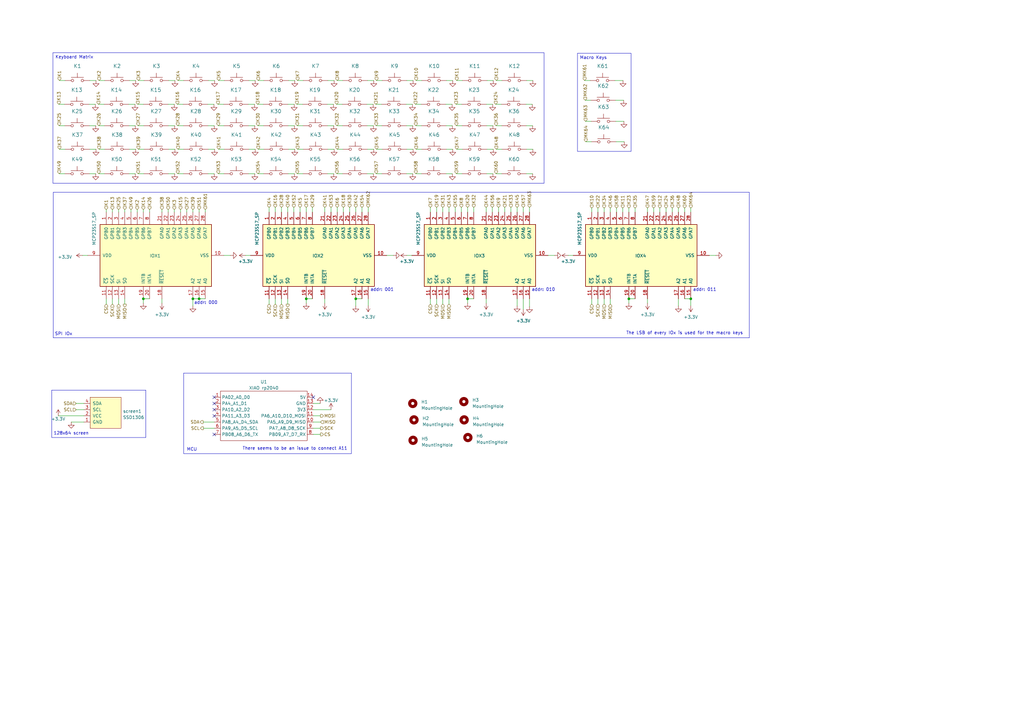
<source format=kicad_sch>
(kicad_sch (version 20230121) (generator eeschema)
  (paper "A3")
  (title_block (title "nomi") (date "2023-10-10 21:54") (comment 1 "Author: jherre3") (comment 2 "Generated by klepcbgen.py v0.1"))
  (lib_symbols
    (symbol "Interface_Expansion:MCP23S17_SP" (pin_names (offset 1.016))
      (property "Reference" "U" (at -11.43 24.13 0))
      (property "Value" "MCP23S17_SP" (at 0 0 0))
      (symbol "MCP23S17_SP_1_1"
        (pin bidirectional line (at 17.78 20.32 180) (length 5.08) (name "GPB0") (number "1"))
        (pin power_in line (at 0 -27.94 90) (length 5.08) (name "VSS") (number "10"))
        (pin input line (at -17.78 20.32 0) (length 5.08) (name "~{CS}") (number "11"))
        (pin input line (at -17.78 17.78 0) (length 5.08) (name "SCK") (number "12"))
        (pin input line (at -17.78 15.24 0) (length 5.08) (name "SI") (number "13"))
        (pin output line (at -17.78 12.7 0) (length 5.08) (name "SO") (number "14"))
        (pin input line (at -17.78 -20.32 0) (length 5.08) (name "A0") (number "15"))
        (pin input line (at -17.78 -17.78 0) (length 5.08) (name "A1") (number "16"))
        (pin input line (at -17.78 -15.24 0) (length 5.08) (name "A2") (number "17"))
        (pin input line (at -17.78 -2.54 0) (length 5.08) (name "~{RESET}") (number "18"))
        (pin tri_state line (at -17.78 5.08 0) (length 5.08) (name "INTB") (number "19"))
        (pin bidirectional line (at 17.78 17.78 180) (length 5.08) (name "GPB1") (number "2"))
        (pin tri_state line (at -17.78 2.54 0) (length 5.08) (name "INTA") (number "20"))
        (pin bidirectional line (at 17.78 -2.54 180) (length 5.08) (name "GPA0") (number "21"))
        (pin bidirectional line (at 17.78 -5.08 180) (length 5.08) (name "GPA1") (number "22"))
        (pin bidirectional line (at 17.78 -7.62 180) (length 5.08) (name "GPA2") (number "23"))
        (pin bidirectional line (at 17.78 -10.16 180) (length 5.08) (name "GPA3") (number "24"))
        (pin bidirectional line (at 17.78 -12.7 180) (length 5.08) (name "GPA4") (number "25"))
        (pin bidirectional line (at 17.78 -15.24 180) (length 5.08) (name "GPA5") (number "26"))
        (pin bidirectional line (at 17.78 -17.78 180) (length 5.08) (name "GPA6") (number "27"))
        (pin bidirectional line (at 17.78 -20.32 180) (length 5.08) (name "GPA7") (number "28"))
        (pin bidirectional line (at 17.78 15.24 180) (length 5.08) (name "GPB2") (number "3"))
        (pin bidirectional line (at 17.78 12.7 180) (length 5.08) (name "GPB3") (number "4"))
        (pin bidirectional line (at 17.78 10.16 180) (length 5.08) (name "GPB4") (number "5"))
        (pin bidirectional line (at 17.78 7.62 180) (length 5.08) (name "GPB5") (number "6"))
        (pin bidirectional line (at 17.78 5.08 180) (length 5.08) (name "GPB6") (number "7"))
        (pin bidirectional line (at 17.78 2.54 180) (length 5.08) (name "GPB7") (number "8"))
        (pin power_in line (at 0 27.94 270) (length 5.08) (name "VDD") (number "9"))
      )
    )
    (symbol "Mechanical:MountingHole" (pin_names (offset 1.016))
      (property "Reference" "H" (at 0 5.08 0))
      (property "Value" "MountingHole" (at 0 3.175 0))
    )
    (symbol "SSD1306-128x64_OLED:SSD1306" (pin_names (offset 1.016))
      (property "Reference" "Brd" (at 0 -3.81 0))
      (property "Value" "SSD1306" (at 0 -1.27 0))
      (symbol "SSD1306_1_1"
        (pin input line (at -3.81 8.89 270) (length 2.54) (name "GND") (number "1"))
        (pin input line (at -1.27 8.89 270) (length 2.54) (name "VCC") (number "2"))
        (pin input line (at 1.27 8.89 270) (length 2.54) (name "SCL") (number "3"))
        (pin input line (at 3.81 8.89 270) (length 2.54) (name "SDA") (number "4"))
      )
    )
    (symbol "Switch:SW_Push" (pin_numbers hide) (pin_names (offset 1.016) hide)
      (property "Reference" "SW" (at 1.27 2.54 0))
      (property "Value" "SW_Push" (at 0 -1.524 0))
      (symbol "SW_Push_0_1"
        (pin passive line (at -5.08 0 0) (length 2.54) (name "1") (number "1"))
        (pin passive line (at 5.08 0 180) (length 2.54) (name "2") (number "2"))
      )
    )
    (symbol "Xiao rp2040 pretty:MOUDLE-SEEEDUINO-XIAO"
      (property "Reference" "U" (at -16.51 11.43 0))
      (property "Value" "MOUDLE-SEEEDUINO-XIAO" (at -3.81 -11.43 0))
      (symbol "MOUDLE-SEEEDUINO-XIAO_1_1"
        (pin unspecified line (at -19.05 7.62 0) (length 2.54) (name "PA02_A0_D0") (number "1"))
        (pin unspecified line (at 21.59 -2.54 180) (length 2.54) (name "PA5_A9_D9_MISO") (number "10"))
        (pin unspecified line (at 21.59 0 180) (length 2.54) (name "PA6_A10_D10_MOSI") (number "11"))
        (pin unspecified line (at 21.59 2.54 180) (length 2.54) (name "3V3") (number "12"))
        (pin unspecified line (at 21.59 5.08 180) (length 2.54) (name "GND") (number "13"))
        (pin unspecified line (at 21.59 7.62 180) (length 2.54) (name "5V") (number "14"))
        (pin unspecified line (at -19.05 5.08 0) (length 2.54) (name "PA4_A1_D1") (number "2"))
        (pin unspecified line (at -19.05 2.54 0) (length 2.54) (name "PA10_A2_D2") (number "3"))
        (pin unspecified line (at -19.0468 0.0151 0) (length 2.54) (name "PA11_A3_D3") (number "4"))
        (pin unspecified line (at -19.05 -2.54 0) (length 2.54) (name "PA8_A4_D4_SDA") (number "5"))
        (pin unspecified line (at -19.05 -5.08 0) (length 2.54) (name "PA9_A5_D5_SCL") (number "6"))
        (pin unspecified line (at -19.05 -7.62 0) (length 2.54) (name "PB08_A6_D6_TX") (number "7"))
        (pin unspecified line (at 21.59 -7.62 180) (length 2.54) (name "PB09_A7_D7_RX") (number "8"))
        (pin unspecified line (at 21.59 -5.08 180) (length 2.54) (name "PA7_A8_D8_SCK") (number "9"))
      )
    )
    (symbol "power:+3.3V" (power) (pin_names (offset 0))
      (property "Value" "+3.3V" (at 0 3.556 0))
      (symbol "+3.3V_1_1"
        (pin power_in line (at 0 0 90) (length 0) hide (name "+3.3V") (number "1"))
      )
    )
    (symbol "power:GND" (power) (pin_names (offset 0))
      (property "Value" "GND" (at 0 -3.81 0))
      (symbol "GND_1_1"
        (pin power_in line (at 0 0 270) (length 0) hide (name "GND") (number "1"))
      )
    )
  )
  (junction (at 145.923 122.555))
  (junction (at 257.937 122.555))
  (junction (at 81.661 122.555))
  (junction (at 58.801 122.555))
  (junction (at 79.121 122.555))
  (junction (at 191.77 122.555))
  (junction (at 125.603 122.555))
  (junction (at 283.337 122.555))
  (no_connect (at 87.884 170.5864))
  (no_connect (at 87.884 168.021))
  (no_connect (at 128.524 162.941))
  (no_connect (at 87.884 162.941))
  (no_connect (at 87.884 165.481))
  (no_connect (at 87.884 178.181))
  (wire (pts (xy 105.918 33.02) (xy 108.204 33.02)))
  (wire (pts (xy 85.471 61.214) (xy 88.011 61.214)))
  (wire (pts (xy 283.337 122.555) (xy 283.337 125.349)))
  (wire (pts (xy 105.664 42.799) (xy 107.95 42.799)))
  (wire (pts (xy 166.878 61.214) (xy 169.418 61.214)))
  (wire (pts (xy 151.003 122.555) (xy 151.003 125.349)))
  (wire (pts (xy 110.363 122.555) (xy 110.363 124.714)))
  (wire (pts (xy 158.623 104.775) (xy 161.29 104.775)))
  (wire (pts (xy 72.898 71.247) (xy 75.184 71.247)))
  (wire (pts (xy 72.898 51.562) (xy 75.184 51.562)))
  (wire (pts (xy 118.364 33.02) (xy 120.904 33.02)))
  (wire (pts (xy 134.493 33.02) (xy 137.033 33.02)))
  (wire (pts (xy 194.31 85.09) (xy 194.31 86.995)))
  (wire (pts (xy 68.961 85.979) (xy 68.961 86.995)))
  (wire (pts (xy 191.77 122.555) (xy 194.31 122.555)))
  (wire (pts (xy 255.397 85.344) (xy 255.397 86.995)))
  (wire (pts (xy 66.421 122.555) (xy 66.421 124.333)))
  (wire (pts (xy 89.535 51.562) (xy 91.821 51.562)))
  (wire (pts (xy 83.439 175.641) (xy 87.884 175.641)))
  (wire (pts (xy 166.878 33.02) (xy 169.418 33.02)))
  (wire (pts (xy 52.959 51.562) (xy 55.499 51.562)))
  (wire (pts (xy 183.134 61.214) (xy 185.674 61.214)))
  (wire (pts (xy 216.027 61.214) (xy 218.567 61.214)))
  (wire (pts (xy 40.386 42.799) (xy 42.672 42.799)))
  (wire (pts (xy 36.576 42.799) (xy 39.116 42.799)))
  (wire (pts (xy 110.363 85.09) (xy 110.363 86.995)))
  (wire (pts (xy 101.981 51.562) (xy 104.521 51.562)))
  (wire (pts (xy 280.797 122.555) (xy 283.337 122.555)))
  (wire (pts (xy 191.77 85.09) (xy 191.77 86.995)))
  (wire (pts (xy 278.257 122.555) (xy 278.257 125.476)))
  (wire (pts (xy 170.561 71.247) (xy 172.847 71.247)))
  (wire (pts (xy 170.688 33.02) (xy 172.974 33.02)))
  (wire (pts (xy 52.959 71.247) (xy 55.499 71.247)))
  (wire (pts (xy 250.317 85.344) (xy 250.317 86.995)))
  (wire (pts (xy 170.434 42.799) (xy 172.72 42.799)))
  (wire (pts (xy 128.524 173.101) (xy 131.445 173.101)))
  (wire (pts (xy 199.771 33.02) (xy 202.311 33.02)))
  (wire (pts (xy 215.9 71.247) (xy 218.44 71.247)))
  (wire (pts (xy 31.242 165.481) (xy 34.417 165.481)))
  (wire (pts (xy 125.603 122.555) (xy 128.143 122.555)))
  (wire (pts (xy 215.9 51.562) (xy 218.44 51.562)))
  (wire (pts (xy 181.61 122.555) (xy 181.61 124.714)))
  (wire (pts (xy 189.23 85.09) (xy 189.23 86.995)))
  (wire (pts (xy 166.878 104.775) (xy 168.91 104.775)))
  (wire (pts (xy 51.181 122.555) (xy 51.181 124.714)))
  (wire (pts (xy 36.703 71.247) (xy 39.243 71.247)))
  (wire (pts (xy 257.937 122.555) (xy 260.477 122.555)))
  (wire (pts (xy 117.983 85.09) (xy 117.983 86.995)))
  (wire (pts (xy 36.83 61.214) (xy 39.37 61.214)))
  (wire (pts (xy 138.303 33.02) (xy 140.589 33.02)))
  (wire (pts (xy 187.325 33.02) (xy 189.611 33.02)))
  (wire (pts (xy 118.364 61.214) (xy 120.904 61.214)))
  (wire (pts (xy 79.121 122.555) (xy 81.661 122.555)))
  (wire (pts (xy 53.721 85.979) (xy 53.721 86.995)))
  (wire (pts (xy 187.071 42.799) (xy 189.357 42.799)))
  (wire (pts (xy 154.305 71.247) (xy 156.591 71.247)))
  (wire (pts (xy 29.21 173.101) (xy 34.417 173.101)))
  (wire (pts (xy 105.791 71.247) (xy 108.077 71.247)))
  (wire (pts (xy 56.515 42.799) (xy 58.801 42.799)))
  (wire (pts (xy 102.108 61.214) (xy 104.648 61.214)))
  (wire (pts (xy 56.769 33.02) (xy 59.055 33.02)))
  (wire (pts (xy 151.003 85.09) (xy 151.003 86.995)))
  (wire (pts (xy 31.242 168.021) (xy 34.417 168.021)))
  (wire (pts (xy 252.73 58.166) (xy 256.032 58.166)))
  (wire (pts (xy 40.513 71.247) (xy 42.799 71.247)))
  (wire (pts (xy 217.17 85.09) (xy 217.17 86.995)))
  (wire (pts (xy 150.749 33.02) (xy 153.289 33.02)))
  (wire (pts (xy 240.284 58.166) (xy 242.57 58.166)))
  (wire (pts (xy 53.086 33.02) (xy 55.626 33.02)))
  (wire (pts (xy 43.561 122.555) (xy 43.561 124.714)))
  (wire (pts (xy 170.688 61.214) (xy 172.974 61.214)))
  (wire (pts (xy 166.751 51.562) (xy 169.291 51.562)))
  (wire (pts (xy 74.041 85.979) (xy 74.041 86.995)))
  (wire (pts (xy 265.557 122.555) (xy 265.557 124.333)))
  (wire (pts (xy 247.777 85.344) (xy 247.777 86.995)))
  (wire (pts (xy 154.305 51.562) (xy 156.591 51.562)))
  (wire (pts (xy 154.432 61.214) (xy 156.718 61.214)))
  (wire (pts (xy 138.176 71.247) (xy 140.462 71.247)))
  (wire (pts (xy 214.63 122.555) (xy 214.63 126.873)))
  (wire (pts (xy 53.086 61.214) (xy 55.626 61.214)))
  (wire (pts (xy 265.557 85.344) (xy 265.557 86.995)))
  (wire (pts (xy 85.471 33.02) (xy 88.011 33.02)))
  (wire (pts (xy 204.47 85.09) (xy 204.47 86.995)))
  (wire (pts (xy 69.088 71.247) (xy 71.628 71.247)))
  (wire (pts (xy 257.937 122.555) (xy 257.937 124.333)))
  (wire (pts (xy 140.843 85.09) (xy 140.843 86.995)))
  (wire (pts (xy 128.524 178.181) (xy 131.445 178.181)))
  (wire (pts (xy 203.581 33.02) (xy 205.867 33.02)))
  (wire (pts (xy 247.777 122.555) (xy 247.777 124.714)))
  (wire (pts (xy 85.344 51.562) (xy 87.884 51.562)))
  (wire (pts (xy 56.642 71.247) (xy 58.928 71.247)))
  (wire (pts (xy 138.303 61.214) (xy 140.589 61.214)))
  (wire (pts (xy 100.711 104.775) (xy 102.743 104.775)))
  (wire (pts (xy 233.045 104.775) (xy 235.077 104.775)))
  (wire (pts (xy 240.157 49.784) (xy 242.443 49.784)))
  (wire (pts (xy 214.63 85.09) (xy 214.63 86.995)))
  (wire (pts (xy 150.495 42.799) (xy 153.035 42.799)))
  (wire (pts (xy 207.01 85.09) (xy 207.01 86.995)))
  (wire (pts (xy 187.198 71.247) (xy 189.484 71.247)))
  (wire (pts (xy 123.063 85.09) (xy 123.063 86.995)))
  (wire (pts (xy 125.603 85.09) (xy 125.603 86.995)))
  (wire (pts (xy 46.101 122.555) (xy 46.101 124.714)))
  (wire (pts (xy 66.421 85.979) (xy 66.421 86.995)))
  (wire (pts (xy 128.143 85.09) (xy 128.143 86.995)))
  (wire (pts (xy 252.222 33.02) (xy 255.524 33.02)))
  (wire (pts (xy 24.257 71.247) (xy 26.543 71.247)))
  (wire (pts (xy 40.64 61.214) (xy 42.926 61.214)))
  (wire (pts (xy 182.88 42.799) (xy 185.42 42.799)))
  (wire (pts (xy 145.923 122.555) (xy 145.923 125.476)))
  (wire (pts (xy 257.937 85.344) (xy 257.937 86.995)))
  (wire (pts (xy 138.049 42.799) (xy 140.335 42.799)))
  (wire (pts (xy 76.581 85.979) (xy 76.581 86.995)))
  (wire (pts (xy 89.662 33.02) (xy 91.948 33.02)))
  (wire (pts (xy 40.513 51.562) (xy 42.799 51.562)))
  (wire (pts (xy 145.923 85.09) (xy 145.923 86.995)))
  (wire (pts (xy 24.384 33.02) (xy 26.67 33.02)))
  (wire (pts (xy 170.561 51.562) (xy 172.847 51.562)))
  (wire (pts (xy 275.717 85.344) (xy 275.717 86.995)))
  (wire (pts (xy 212.09 122.555) (xy 212.09 125.476)))
  (wire (pts (xy 48.641 122.555) (xy 48.641 124.714)))
  (wire (pts (xy 69.215 61.214) (xy 71.755 61.214)))
  (wire (pts (xy 199.39 122.555) (xy 199.39 124.333)))
  (wire (pts (xy 101.854 42.799) (xy 104.394 42.799)))
  (wire (pts (xy 135.763 85.09) (xy 135.763 86.995)))
  (wire (pts (xy 79.121 85.979) (xy 79.121 86.995)))
  (wire (pts (xy 89.535 71.247) (xy 91.821 71.247)))
  (wire (pts (xy 79.121 122.555) (xy 79.121 125.476)))
  (wire (pts (xy 280.797 85.344) (xy 280.797 86.995)))
  (wire (pts (xy 56.642 51.562) (xy 58.928 51.562)))
  (wire (pts (xy 121.92 71.247) (xy 124.206 71.247)))
  (wire (pts (xy 150.622 51.562) (xy 153.162 51.562)))
  (wire (pts (xy 71.501 85.979) (xy 71.501 86.995)))
  (wire (pts (xy 72.771 42.799) (xy 75.057 42.799)))
  (wire (pts (xy 154.432 33.02) (xy 156.718 33.02)))
  (wire (pts (xy 216.027 33.02) (xy 218.567 33.02)))
  (wire (pts (xy 134.239 42.799) (xy 136.779 42.799)))
  (wire (pts (xy 199.644 71.247) (xy 202.184 71.247)))
  (wire (pts (xy 181.61 85.09) (xy 181.61 86.995)))
  (wire (pts (xy 58.801 122.555) (xy 58.801 124.333)))
  (wire (pts (xy 101.981 71.247) (xy 104.521 71.247)))
  (wire (pts (xy 239.776 33.02) (xy 242.062 33.02)))
  (wire (pts (xy 91.821 104.775) (xy 94.488 104.775)))
  (wire (pts (xy 117.983 122.555) (xy 117.983 124.714)))
  (wire (pts (xy 166.624 42.799) (xy 169.164 42.799)))
  (wire (pts (xy 184.15 122.555) (xy 184.15 124.714)))
  (wire (pts (xy 122.047 61.214) (xy 124.333 61.214)))
  (wire (pts (xy 73.025 33.02) (xy 75.311 33.02)))
  (wire (pts (xy 102.108 33.02) (xy 104.648 33.02)))
  (wire (pts (xy 150.622 71.247) (xy 153.162 71.247)))
  (wire (pts (xy 242.697 85.344) (xy 242.697 86.995)))
  (wire (pts (xy 83.312 173.101) (xy 87.884 173.101)))
  (wire (pts (xy 242.697 122.555) (xy 242.697 124.714)))
  (wire (pts (xy 56.769 61.214) (xy 59.055 61.214)))
  (wire (pts (xy 122.047 33.02) (xy 124.333 33.02)))
  (wire (pts (xy 128.524 175.641) (xy 131.445 175.641)))
  (wire (pts (xy 105.791 51.562) (xy 108.077 51.562)))
  (wire (pts (xy 184.15 85.09) (xy 184.15 86.995)))
  (wire (pts (xy 69.088 51.562) (xy 71.628 51.562)))
  (wire (pts (xy 268.097 85.344) (xy 268.097 86.995)))
  (wire (pts (xy 209.55 85.09) (xy 209.55 86.995)))
  (wire (pts (xy 33.909 104.775) (xy 35.941 104.775)))
  (wire (pts (xy 145.923 122.555) (xy 148.463 122.555)))
  (wire (pts (xy 52.832 42.799) (xy 55.372 42.799)))
  (wire (pts (xy 201.93 85.09) (xy 201.93 86.995)))
  (wire (pts (xy 85.344 71.247) (xy 87.884 71.247)))
  (wire (pts (xy 179.07 85.09) (xy 179.07 86.995)))
  (wire (pts (xy 252.857 85.344) (xy 252.857 86.995)))
  (wire (pts (xy 134.493 61.214) (xy 137.033 61.214)))
  (wire (pts (xy 179.07 122.555) (xy 179.07 124.714)))
  (wire (pts (xy 176.53 85.09) (xy 176.53 86.995)))
  (wire (pts (xy 81.661 85.979) (xy 81.661 86.995)))
  (wire (pts (xy 125.603 122.555) (xy 125.603 124.333)))
  (wire (pts (xy 187.198 51.562) (xy 189.484 51.562)))
  (wire (pts (xy 115.443 122.555) (xy 115.443 124.714)))
  (wire (pts (xy 40.64 33.02) (xy 42.926 33.02)))
  (wire (pts (xy 84.201 85.979) (xy 84.201 86.995)))
  (wire (pts (xy 183.007 51.562) (xy 185.547 51.562)))
  (wire (pts (xy 85.217 42.799) (xy 87.757 42.799)))
  (wire (pts (xy 61.341 85.979) (xy 61.341 86.995)))
  (wire (pts (xy 273.177 85.344) (xy 273.177 86.995)))
  (wire (pts (xy 133.223 85.09) (xy 133.223 86.995)))
  (wire (pts (xy 58.801 85.979) (xy 58.801 86.995)))
  (wire (pts (xy 112.903 122.555) (xy 112.903 124.714)))
  (wire (pts (xy 120.523 85.09) (xy 120.523 86.995)))
  (wire (pts (xy 240.03 41.148) (xy 242.316 41.148)))
  (wire (pts (xy 43.561 85.979) (xy 43.561 86.995)))
  (wire (pts (xy 128.524 170.561) (xy 131.445 170.561)))
  (wire (pts (xy 134.366 51.562) (xy 136.906 51.562)))
  (wire (pts (xy 154.178 42.799) (xy 156.464 42.799)))
  (wire (pts (xy 183.134 33.02) (xy 185.674 33.02)))
  (wire (pts (xy 68.961 42.799) (xy 71.501 42.799)))
  (wire (pts (xy 128.524 165.481) (xy 131.318 165.481)))
  (wire (pts (xy 203.581 61.214) (xy 205.867 61.214)))
  (wire (pts (xy 118.237 51.562) (xy 120.777 51.562)))
  (wire (pts (xy 23.876 170.561) (xy 34.417 170.561)))
  (wire (pts (xy 24.13 42.799) (xy 26.416 42.799)))
  (wire (pts (xy 166.751 71.247) (xy 169.291 71.247)))
  (wire (pts (xy 134.366 71.247) (xy 136.906 71.247)))
  (wire (pts (xy 260.477 85.344) (xy 260.477 86.995)))
  (wire (pts (xy 215.773 42.799) (xy 218.313 42.799)))
  (wire (pts (xy 278.257 85.344) (xy 278.257 86.995)))
  (wire (pts (xy 58.801 122.555) (xy 61.341 122.555)))
  (wire (pts (xy 138.303 85.09) (xy 138.303 86.995)))
  (wire (pts (xy 121.793 42.799) (xy 124.079 42.799)))
  (wire (pts (xy 36.83 33.02) (xy 39.37 33.02)))
  (wire (pts (xy 69.215 33.02) (xy 71.755 33.02)))
  (wire (pts (xy 199.39 85.09) (xy 199.39 86.995)))
  (wire (pts (xy 270.637 85.344) (xy 270.637 86.995)))
  (wire (pts (xy 250.317 122.555) (xy 250.317 124.714)))
  (wire (pts (xy 112.903 85.09) (xy 112.903 86.995)))
  (wire (pts (xy 199.517 42.799) (xy 202.057 42.799)))
  (wire (pts (xy 176.53 122.555) (xy 176.53 124.714)))
  (wire (pts (xy 133.223 122.555) (xy 133.223 124.333)))
  (wire (pts (xy 56.261 85.979) (xy 56.261 86.995)))
  (wire (pts (xy 115.443 85.09) (xy 115.443 86.995)))
  (wire (pts (xy 245.237 122.555) (xy 245.237 124.714)))
  (wire (pts (xy 224.79 104.775) (xy 227.457 104.775)))
  (wire (pts (xy 217.17 122.555) (xy 217.17 125.73)))
  (wire (pts (xy 203.327 42.799) (xy 205.613 42.799)))
  (wire (pts (xy 81.661 122.555) (xy 84.201 122.555)))
  (wire (pts (xy 252.476 41.148) (xy 255.778 41.148)))
  (wire (pts (xy 73.025 61.214) (xy 75.311 61.214)))
  (wire (pts (xy 118.11 42.799) (xy 120.65 42.799)))
  (wire (pts (xy 245.237 85.344) (xy 245.237 86.995)))
  (wire (pts (xy 48.641 85.979) (xy 48.641 86.995)))
  (wire (pts (xy 186.69 85.09) (xy 186.69 86.995)))
  (wire (pts (xy 24.384 61.214) (xy 26.67 61.214)))
  (wire (pts (xy 191.77 122.555) (xy 191.77 124.333)))
  (wire (pts (xy 150.749 61.214) (xy 153.289 61.214)))
  (wire (pts (xy 121.92 51.562) (xy 124.206 51.562)))
  (wire (pts (xy 290.957 104.775) (xy 293.624 104.775)))
  (wire (pts (xy 212.09 85.09) (xy 212.09 86.995)))
  (wire (pts (xy 148.463 85.09) (xy 148.463 86.995)))
  (wire (pts (xy 89.408 42.799) (xy 91.694 42.799)))
  (wire (pts (xy 128.524 168.021) (xy 135.763 168.021)))
  (wire (pts (xy 283.337 85.344) (xy 283.337 86.995)))
  (wire (pts (xy 36.703 51.562) (xy 39.243 51.562)))
  (wire (pts (xy 118.237 71.247) (xy 120.777 71.247)))
  (wire (pts (xy 89.662 61.214) (xy 91.948 61.214)))
  (wire (pts (xy 199.644 51.562) (xy 202.184 51.562)))
  (wire (pts (xy 203.454 71.247) (xy 205.74 71.247)))
  (wire (pts (xy 187.325 61.214) (xy 189.611 61.214)))
  (wire (pts (xy 199.771 61.214) (xy 202.311 61.214)))
  (wire (pts (xy 24.257 51.562) (xy 26.543 51.562)))
  (wire (pts (xy 51.181 85.979) (xy 51.181 86.995)))
  (wire (pts (xy 138.176 51.562) (xy 140.462 51.562)))
  (wire (pts (xy 143.383 85.09) (xy 143.383 86.995)))
  (wire (pts (xy 105.918 61.214) (xy 108.204 61.214)))
  (wire (pts (xy 252.603 49.784) (xy 255.905 49.784)))
  (wire (pts (xy 203.454 51.562) (xy 205.74 51.562)))
  (wire (pts (xy 183.007 71.247) (xy 185.547 71.247)))
  (wire (pts (xy 46.101 85.979) (xy 46.101 86.995)))
  (rectangle (start 75.311 153.035) (end 144.145 186.055))
  (rectangle (start 21.844 78.867) (end 307.34 138.557))
  (rectangle (start 21.209 160.02) (end 59.817 179.451))
  (text_box "Keyboard Matrix" (at 21.717 21.59 0) (size 201.422 53.594) (effects (font (size 1.27 1.27)) (justify left top)))
  (text_box "Macro Keys" (at 236.855 21.844 0) (size 21.971 40.259) (effects (font (size 1.27 1.27)) (justify left top)))
  (text "addr: 010" (at 218.059 119.634 0) (effects (font (size 1.27 1.27)) (justify left bottom)))
  (text "There seems to be an issue to connect A11\n" (at 99.441 184.785 0) (effects (font (size 1.27 1.27)) (justify left bottom)))
  (text "The LSB of every IOx is used for the macro keys\n" (at 256.794 137.414 0) (effects (font (size 1.27 1.27)) (justify left bottom)))
  (text "128x64 screen" (at 21.971 178.562 0) (effects (font (size 1.27 1.27)) (justify left bottom)))
  (text "addr: 001" (at 151.892 119.634 0) (effects (font (size 1.27 1.27)) (justify left bottom)))
  (text "addr: 000" (at 79.629 124.968 0) (effects (font (size 1.27 1.27)) (justify left bottom)))
  (text "addr: 011" (at 284.226 119.634 0) (effects (font (size 1.27 1.27)) (justify left bottom)))
  (text "MCU" (at 76.581 185.166 0) (effects (font (size 1.27 1.27)) (justify left bottom)))
  (text "SPI IOx" (at 22.479 137.795 0) (effects (font (size 1.27 1.27)) (justify left bottom)))
  (hierarchical_label "SCK" (shape input) (at 245.237 124.714 270))
  (hierarchical_label "K29" (shape input) (at 89.535 51.562 90))
  (hierarchical_label "K17" (shape input) (at 89.408 42.799 90))
  (hierarchical_label "K51" (shape input) (at 81.661 85.979 90))
  (hierarchical_label "K40" (shape input) (at 73.025 61.214 90))
  (hierarchical_label "K7" (shape input) (at 122.047 33.02 90))
  (hierarchical_label "K36" (shape input) (at 275.717 85.344 90))
  (hierarchical_label "K26" (shape input) (at 61.341 85.979 90))
  (hierarchical_label "MK62" (shape input) (at 240.03 41.148 90))
  (hierarchical_label "K21" (shape input) (at 154.178 42.799 90))
  (hierarchical_label "K39" (shape input) (at 79.121 85.979 90))
  (hierarchical_label "K28" (shape input) (at 72.898 51.562 90))
  (hierarchical_label "K41" (shape input) (at 133.223 85.09 90))
  (hierarchical_label "CS" (shape input) (at 43.561 124.714 270))
  (hierarchical_label "K56" (shape input) (at 138.176 71.247 90))
  (hierarchical_label "MK62" (shape input) (at 151.003 85.09 90))
  (hierarchical_label "SCK" (shape input) (at 46.101 124.714 270))
  (hierarchical_label "SCK" (shape input) (at 179.07 124.714 270))
  (hierarchical_label "K26" (shape input) (at 40.513 51.562 90))
  (hierarchical_label "CS" (shape input) (at 242.697 124.714 270))
  (hierarchical_label "CS" (shape input) (at 110.363 124.714 270))
  (hierarchical_label "K18" (shape input) (at 140.843 85.09 90))
  (hierarchical_label "K33" (shape input) (at 154.305 51.562 90))
  (hierarchical_label "K39" (shape input) (at 56.769 61.214 90))
  (hierarchical_label "K52" (shape input) (at 120.523 85.09 90))
  (hierarchical_label "K1" (shape input) (at 24.384 33.02 90))
  (hierarchical_label "K55" (shape input) (at 121.92 71.247 90))
  (hierarchical_label "K12" (shape input) (at 203.581 33.02 90))
  (hierarchical_label "K27" (shape input) (at 56.642 51.562 90))
  (hierarchical_label "K36" (shape input) (at 203.454 51.562 90))
  (hierarchical_label "K5" (shape input) (at 123.063 85.09 90))
  (hierarchical_label "SCL" (shape input) (at 31.242 168.021 180))
  (hierarchical_label "K16" (shape input) (at 112.903 85.09 90))
  (hierarchical_label "MISO" (shape input) (at 184.15 124.714 270))
  (hierarchical_label "K22" (shape input) (at 170.434 42.799 90))
  (hierarchical_label "K11" (shape input) (at 255.397 85.344 90))
  (hierarchical_label "MISO" (shape output) (at 51.181 124.714 270))
  (hierarchical_label "MOSI" (shape output) (at 131.445 170.561 0))
  (hierarchical_label "K27" (shape input) (at 76.581 85.979 90))
  (hierarchical_label "K43" (shape input) (at 122.047 61.214 90))
  (hierarchical_label "K53" (shape input) (at 89.535 71.247 90))
  (hierarchical_label "K2" (shape input) (at 56.261 85.979 90))
  (hierarchical_label "MK61" (shape input) (at 84.201 85.979 90))
  (hierarchical_label "K59" (shape input) (at 268.097 85.344 90))
  (hierarchical_label "K20" (shape input) (at 191.77 85.09 90))
  (hierarchical_label "SCK" (shape input) (at 112.903 124.714 270))
  (hierarchical_label "MISO" (shape input) (at 250.317 124.714 270))
  (hierarchical_label "MK64" (shape input) (at 240.284 58.166 90))
  (hierarchical_label "CS" (shape output) (at 131.445 178.181 0))
  (hierarchical_label "K60" (shape input) (at 280.797 85.344 90))
  (hierarchical_label "K16" (shape input) (at 72.771 42.799 90))
  (hierarchical_label "K34" (shape input) (at 170.561 51.562 90))
  (hierarchical_label "K55" (shape input) (at 186.69 85.09 90))
  (hierarchical_label "MK63" (shape input) (at 217.17 85.09 90))
  (hierarchical_label "K10" (shape input) (at 170.688 33.02 90))
  (hierarchical_label "K47" (shape input) (at 187.325 61.214 90))
  (hierarchical_label "K46" (shape input) (at 170.688 61.214 90))
  (hierarchical_label "K44" (shape input) (at 138.303 61.214 90))
  (hierarchical_label "K49" (shape input) (at 24.257 71.247 90))
  (hierarchical_label "K25" (shape input) (at 24.257 51.562 90))
  (hierarchical_label "MK64" (shape input) (at 283.337 85.344 90))
  (hierarchical_label "MOSI" (shape input) (at 115.443 124.714 270))
  (hierarchical_label "K10" (shape input) (at 242.697 85.344 90))
  (hierarchical_label "K9" (shape input) (at 204.47 85.09 90))
  (hierarchical_label "MOSI" (shape input) (at 181.61 124.714 270))
  (hierarchical_label "K50" (shape input) (at 40.513 71.247 90))
  (hierarchical_label "K34" (shape input) (at 247.777 85.344 90))
  (hierarchical_label "K30" (shape input) (at 105.791 51.562 90))
  (hierarchical_label "SDA" (shape input) (at 31.242 165.481 180))
  (hierarchical_label "K33" (shape input) (at 209.55 85.09 90))
  (hierarchical_label "K15" (shape input) (at 56.515 42.799 90))
  (hierarchical_label "K59" (shape input) (at 187.198 71.247 90))
  (hierarchical_label "K40" (shape input) (at 117.983 85.09 90))
  (hierarchical_label "K23" (shape input) (at 187.071 42.799 90))
  (hierarchical_label "K35" (shape input) (at 187.198 51.562 90))
  (hierarchical_label "K45" (shape input) (at 212.09 85.09 90))
  (hierarchical_label "K31" (shape input) (at 121.92 51.562 90))
  (hierarchical_label "K56" (shape input) (at 201.93 85.09 90))
  (hierarchical_label "K43" (shape input) (at 184.15 85.09 90))
  (hierarchical_label "K48" (shape input) (at 203.581 61.214 90))
  (hierarchical_label "K38" (shape input) (at 66.421 85.979 90))
  (hierarchical_label "SCL" (shape output) (at 83.439 175.641 180))
  (hierarchical_label "K23" (shape input) (at 257.937 85.344 90))
  (hierarchical_label "K12" (shape input) (at 270.637 85.344 90))
  (hierarchical_label "K1" (shape input) (at 43.561 85.979 90))
  (hierarchical_label "K45" (shape input) (at 154.432 61.214 90))
  (hierarchical_label "K48" (shape input) (at 278.257 85.344 90))
  (hierarchical_label "K42" (shape input) (at 105.918 61.214 90))
  (hierarchical_label "K24" (shape input) (at 273.177 85.344 90))
  (hierarchical_label "MISO" (shape input) (at 131.445 173.101 0))
  (hierarchical_label "K8" (shape input) (at 189.23 85.09 90))
  (hierarchical_label "K37" (shape input) (at 24.384 61.214 90))
  (hierarchical_label "K6" (shape input) (at 105.918 33.02 90))
  (hierarchical_label "K60" (shape input) (at 203.454 71.247 90))
  (hierarchical_label "K58" (shape input) (at 170.561 71.247 90))
  (hierarchical_label "K32" (shape input) (at 138.176 51.562 90))
  (hierarchical_label "K52" (shape input) (at 72.898 71.247 90))
  (hierarchical_label "K51" (shape input) (at 56.642 71.247 90))
  (hierarchical_label "K22" (shape input) (at 245.237 85.344 90))
  (hierarchical_label "K29" (shape input) (at 128.143 85.09 90))
  (hierarchical_label "K5" (shape input) (at 89.662 33.02 90))
  (hierarchical_label "K3" (shape input) (at 71.501 85.979 90))
  (hierarchical_label "K49" (shape input) (at 53.721 85.979 90))
  (hierarchical_label "K3" (shape input) (at 56.769 33.02 90))
  (hierarchical_label "K21" (shape input) (at 207.01 85.09 90))
  (hierarchical_label "K14" (shape input) (at 58.801 85.979 90))
  (hierarchical_label "K28" (shape input) (at 115.443 85.09 90))
  (hierarchical_label "K17" (shape input) (at 125.603 85.09 90))
  (hierarchical_label "K25" (shape input) (at 48.641 85.979 90))
  (hierarchical_label "K58" (shape input) (at 252.857 85.344 90))
  (hierarchical_label "K37" (shape input) (at 51.181 85.979 90))
  (hierarchical_label "K6" (shape input) (at 138.303 85.09 90))
  (hierarchical_label "K7" (shape input) (at 176.53 85.09 90))
  (hierarchical_label "K46" (shape input) (at 250.317 85.344 90))
  (hierarchical_label "K19" (shape input) (at 121.793 42.799 90))
  (hierarchical_label "K13" (shape input) (at 46.101 85.979 90))
  (hierarchical_label "SDA" (shape output) (at 83.312 173.101 180))
  (hierarchical_label "K54" (shape input) (at 148.463 85.09 90))
  (hierarchical_label "K9" (shape input) (at 154.432 33.02 90))
  (hierarchical_label "K13" (shape input) (at 24.13 42.799 90))
  (hierarchical_label "CS" (shape input) (at 176.53 124.714 270))
  (hierarchical_label "K31" (shape input) (at 181.61 85.09 90))
  (hierarchical_label "K53" (shape input) (at 135.763 85.09 90))
  (hierarchical_label "K44" (shape input) (at 199.39 85.09 90))
  (hierarchical_label "K24" (shape input) (at 203.327 42.799 90))
  (hierarchical_label "K15" (shape input) (at 74.041 85.979 90))
  (hierarchical_label "K8" (shape input) (at 138.303 33.02 90))
  (hierarchical_label "SCK" (shape output) (at 131.445 175.641 0))
  (hierarchical_label "K32" (shape input) (at 194.31 85.09 90))
  (hierarchical_label "K11" (shape input) (at 187.325 33.02 90))
  (hierarchical_label "K30" (shape input) (at 143.383 85.09 90))
  (hierarchical_label "K4" (shape input) (at 73.025 33.02 90))
  (hierarchical_label "K41" (shape input) (at 89.662 61.214 90))
  (hierarchical_label "K42" (shape input) (at 145.923 85.09 90))
  (hierarchical_label "K14" (shape input) (at 40.386 42.799 90))
  (hierarchical_label "K47" (shape input) (at 265.557 85.344 90))
  (hierarchical_label "K57" (shape input) (at 154.305 71.247 90))
  (hierarchical_label "K35" (shape input) (at 260.477 85.344 90))
  (hierarchical_label "K2" (shape input) (at 40.64 33.02 90))
  (hierarchical_label "K57" (shape input) (at 214.63 85.09 90))
  (hierarchical_label "K4" (shape input) (at 110.363 85.09 90))
  (hierarchical_label "K54" (shape input) (at 105.791 71.247 90))
  (hierarchical_label "MISO" (shape output) (at 117.983 124.714 270))
  (hierarchical_label "MK63" (shape input) (at 240.157 49.784 90))
  (hierarchical_label "K20" (shape input) (at 138.049 42.799 90))
  (hierarchical_label "MOSI" (shape input) (at 247.777 124.714 270))
  (hierarchical_label "MOSI" (shape input) (at 48.641 124.714 270))
  (hierarchical_label "K50" (shape input) (at 68.961 85.979 90))
  (hierarchical_label "K18" (shape input) (at 105.664 42.799 90))
  (hierarchical_label "K38" (shape input) (at 40.64 61.214 90))
  (hierarchical_label "MK61" (shape input) (at 239.776 33.02 90))
  (hierarchical_label "K19" (shape input) (at 179.07 85.09 90))
  (symbol (lib_id "power:GND") (at 55.626 61.214 0) (unit 1)
    (property "Reference" "#PWR037" (effects hide))
    (property "Value" "GND" (effects hide))
  )
  (symbol (lib_id "power:GND") (at 202.184 51.562 0) (unit 1)
    (property "Reference" "#PWR034" (effects hide))
    (property "Value" "GND" (effects hide))
  )
  (symbol (lib_id "power:GND") (at 71.755 61.214 0) (unit 1)
    (property "Reference" "#PWR038" (effects hide))
    (property "Value" "GND" (effects hide))
  )
  (symbol (lib_id "power:GND") (at 39.37 61.214 0) (unit 1)
    (property "Reference" "#PWR036" (effects hide))
    (property "Value" "GND" (effects hide))
  )
  (symbol (lib_id "power:GND") (at 120.777 51.562 0) (unit 1)
    (property "Reference" "#PWR029" (effects hide))
    (property "Value" "GND" (effects hide))
  )
  (symbol (lib_id "Switch:SW_Push") (at 113.157 71.247 0) (unit 1)
    (property "Reference" "K54" (at 113.157 65.3288 0) (effects (font (size 1.524 1.524))))
    (property "Footprint" "gateron:gateron-ks27" (effects hide))
  )
  (symbol (lib_id "Switch:SW_Push") (at 96.774 42.799 0) (unit 1)
    (property "Reference" "K17" (at 96.774 36.8808 0) (effects (font (size 1.524 1.524))))
    (property "Footprint" "gateron:gateron-ks27" (effects hide))
  )
  (symbol (lib_id "power:GND") (at 185.547 71.247 0) (unit 1)
    (property "Reference" "#PWR057" (effects hide))
    (property "Value" "GND" (effects hide))
  )
  (symbol (lib_id "Switch:SW_Push") (at 47.879 71.247 0) (unit 1)
    (property "Reference" "K50" (at 47.879 65.3288 0) (effects (font (size 1.524 1.524))))
    (property "Footprint" "gateron:gateron-ks27" (effects hide))
  )
  (symbol (lib_id "power:GND") (at 153.035 42.799 0) (unit 1)
    (property "Reference" "#PWR019" (effects hide))
    (property "Value" "GND" (effects hide))
  )
  (symbol (lib_id "power:GND") (at 104.648 33.02 0) (unit 1)
    (property "Reference" "#PWR04" (effects hide))
    (property "Value" "GND" (effects hide))
  )
  (symbol (lib_id "Switch:SW_Push") (at 129.413 61.214 0) (unit 1)
    (property "Reference" "K43" (at 129.413 55.2958 0) (effects (font (size 1.524 1.524))))
    (property "Footprint" "gateron:gateron-ks27" (effects hide))
  )
  (symbol (lib_id "Switch:SW_Push") (at 31.75 33.02 0) (unit 1)
    (property "Reference" "K1" (at 31.75 27.1018 0) (effects (font (size 1.524 1.524))))
    (property "Footprint" "gateron:gateron-ks27" (effects hide))
  )
  (symbol (lib_id "power:GND") (at 125.603 124.333 0) (unit 1)
    (property "Reference" "#PWR074" (effects hide))
    (property "Value" "GND" (effects hide))
  )
  (symbol (lib_id "power:GND") (at 120.904 61.214 0) (unit 1)
    (property "Reference" "#PWR041" (effects hide))
    (property "Value" "GND" (effects hide))
  )
  (symbol (lib_id "power:GND") (at 71.628 51.562 0) (unit 1)
    (property "Reference" "#PWR026" (effects hide))
    (property "Value" "GND" (effects hide))
  )
  (symbol (lib_id "Switch:SW_Push") (at 194.691 61.214 0) (unit 1)
    (property "Reference" "K47" (at 194.691 55.2958 0) (effects (font (size 1.524 1.524))))
    (property "Footprint" "gateron:gateron-ks27" (effects hide))
  )
  (symbol (lib_id "Switch:SW_Push") (at 129.159 42.799 0) (unit 1)
    (property "Reference" "K19" (at 129.159 36.8808 0) (effects (font (size 1.524 1.524))))
    (property "Footprint" "gateron:gateron-ks27" (effects hide))
  )
  (symbol (lib_id "Switch:SW_Push") (at 161.798 33.02 0) (unit 1)
    (property "Reference" "K9" (at 161.798 27.1018 0) (effects (font (size 1.524 1.524))))
    (property "Footprint" "gateron:gateron-ks27" (effects hide))
  )
  (symbol (lib_id "power:GND") (at 185.547 51.562 0) (unit 1)
    (property "Reference" "#PWR033" (effects hide))
    (property "Value" "GND" (effects hide))
  )
  (symbol (lib_id "Switch:SW_Push") (at 80.137 42.799 0) (unit 1)
    (property "Reference" "K16" (at 80.137 36.8808 0) (effects (font (size 1.524 1.524))))
    (property "Footprint" "gateron:gateron-ks27" (effects hide))
  )
  (symbol (lib_id "power:GND") (at 39.243 71.247 0) (unit 1)
    (property "Reference" "#PWR048" (effects hide))
    (property "Value" "GND" (effects hide))
  )
  (symbol (lib_id "Switch:SW_Push") (at 96.901 51.562 0) (unit 1)
    (property "Reference" "K29" (at 96.901 45.6438 0) (effects (font (size 1.524 1.524))))
    (property "Footprint" "gateron:gateron-ks27" (effects hide))
  )
  (symbol (lib_id "power:+3.3V") (at 151.003 125.349 180) (unit 1)
    (property "Reference" "#PWR078" (effects hide))
    (property "Value" "+3.3V" (at 151.003 130.048 0))
  )
  (symbol (lib_id "power:+3.3V") (at 133.223 124.333 180) (unit 1)
    (property "Reference" "#PWR075" (effects hide))
    (property "Value" "+3.3V" (at 133.223 129.032 0))
  )
  (symbol (lib_id "power:GND") (at 191.77 124.333 0) (unit 1)
    (property "Reference" "#PWR080" (effects hide))
    (property "Value" "GND" (effects hide))
  )
  (symbol (lib_id "Switch:SW_Push") (at 247.65 58.166 0) (unit 1)
    (property "Reference" "K64" (at 247.65 52.2478 0) (effects (font (size 1.524 1.524))))
    (property "Footprint" "gateron:gateron-ks27" (effects hide))
  )
  (symbol (lib_id "power:GND") (at 104.648 61.214 0) (unit 1)
    (property "Reference" "#PWR040" (effects hide))
    (property "Value" "GND" (effects hide))
  )
  (symbol (lib_id "Switch:SW_Push") (at 47.879 51.562 0) (unit 1)
    (property "Reference" "K26" (at 47.879 45.6438 0) (effects (font (size 1.524 1.524))))
    (property "Footprint" "gateron:gateron-ks27" (effects hide))
  )
  (symbol (lib_id "power:GND") (at 169.418 61.214 0) (unit 1)
    (property "Reference" "#PWR044" (effects hide))
    (property "Value" "GND" (effects hide))
  )
  (symbol (lib_id "Switch:SW_Push") (at 80.391 33.02 0) (unit 1)
    (property "Reference" "K4" (at 80.391 27.1018 0) (effects (font (size 1.524 1.524))))
    (property "Footprint" "gateron:gateron-ks27" (effects hide))
  )
  (symbol (lib_id "Switch:SW_Push") (at 210.693 42.799 0) (unit 1)
    (property "Reference" "K24" (at 210.693 36.8808 0) (effects (font (size 1.524 1.524))))
    (property "Footprint" "gateron:gateron-ks27" (effects hide))
  )
  (symbol (lib_id "power:GND") (at 120.904 33.02 0) (unit 1)
    (property "Reference" "#PWR05" (effects hide))
    (property "Value" "GND" (effects hide))
  )
  (symbol (lib_id "power:+3.3V") (at 33.909 104.775 90) (unit 1)
    (property "Reference" "#PWR068" (effects hide))
    (property "Value" "+3.3V" (at 29.591 105.41 90) (effects (justify left)))
  )
  (symbol (lib_id "power:GND") (at 39.243 51.562 0) (unit 1)
    (property "Reference" "#PWR024" (effects hide))
    (property "Value" "GND" (effects hide))
  )
  (symbol (lib_id "power:GND") (at 185.42 42.799 0) (unit 1)
    (property "Reference" "#PWR021" (effects hide))
    (property "Value" "GND" (effects hide))
  )
  (symbol (lib_id "Switch:SW_Push") (at 161.671 51.562 0) (unit 1)
    (property "Reference" "K33" (at 161.671 45.6438 0) (effects (font (size 1.524 1.524))))
    (property "Footprint" "gateron:gateron-ks27" (effects hide))
  )
  (symbol (lib_id "Switch:SW_Push") (at 161.671 71.247 0) (unit 1)
    (property "Reference" "K57" (at 161.671 65.3288 0) (effects (font (size 1.524 1.524))))
    (property "Footprint" "gateron:gateron-ks27" (effects hide))
  )
  (symbol (lib_id "Switch:SW_Push") (at 31.623 71.247 0) (unit 1)
    (property "Reference" "K49" (at 31.623 65.3288 0) (effects (font (size 1.524 1.524))))
    (property "Footprint" "gateron:gateron-ks27" (effects hide))
  )
  (symbol (lib_id "power:GND") (at 227.457 104.775 90) (unit 1)
    (property "Reference" "#PWR084" (effects hide))
    (property "Value" "GND" (effects hide))
  )
  (symbol (lib_id "power:+3.3V") (at 265.557 124.333 180) (unit 1)
    (property "Reference" "#PWR087" (effects hide))
    (property "Value" "+3.3V" (at 265.557 129.032 0))
  )
  (symbol (lib_id "power:+3.3V") (at 233.045 104.775 90) (unit 1)
    (property "Reference" "#PWR085" (effects hide))
    (property "Value" "+3.3V" (at 235.966 107.188 90) (effects (justify left)))
  )
  (symbol (lib_id "power:GND") (at 202.057 42.799 0) (unit 1)
    (property "Reference" "#PWR022" (effects hide))
    (property "Value" "GND" (effects hide))
  )
  (symbol (lib_id "power:GND") (at 169.418 33.02 0) (unit 1)
    (property "Reference" "#PWR08" (effects hide))
    (property "Value" "GND" (effects hide))
  )
  (symbol (lib_id "power:+3.3V") (at 135.763 168.021 0) (unit 1)
    (property "Reference" "#PWR065" (effects hide))
    (property "Value" "+3.3V" (at 135.763 164.211 0))
  )
  (symbol (lib_id "power:GND") (at 153.162 51.562 0) (unit 1)
    (property "Reference" "#PWR031" (effects hide))
    (property "Value" "GND" (effects hide))
  )
  (symbol (lib_id "Switch:SW_Push") (at 247.396 41.148 0) (unit 1)
    (property "Reference" "K62" (at 247.396 35.2298 0) (effects (font (size 1.524 1.524))))
    (property "Footprint" "gateron:gateron-ks27" (effects hide))
  )
  (symbol (lib_id "power:GND") (at 136.779 42.799 0) (unit 1)
    (property "Reference" "#PWR018" (effects hide))
    (property "Value" "GND" (effects hide))
  )
  (symbol (lib_id "power:GND") (at 39.37 33.02 0) (unit 1)
    (property "Reference" "#PWR0101" (effects hide))
    (property "Value" "GND" (effects hide))
  )
  (symbol (lib_id "power:GND") (at 104.521 71.247 0) (unit 1)
    (property "Reference" "#PWR052" (effects hide))
    (property "Value" "GND" (effects hide))
  )
  (symbol (lib_id "power:GND") (at 137.033 61.214 0) (unit 1)
    (property "Reference" "#PWR042" (effects hide))
    (property "Value" "GND" (effects hide))
  )
  (symbol (lib_id "Switch:SW_Push") (at 47.752 42.799 0) (unit 1)
    (property "Reference" "K14" (at 47.752 36.8808 0) (effects (font (size 1.524 1.524))))
    (property "Footprint" "gateron:gateron-ks27" (effects hide))
  )
  (symbol (lib_id "power:+3.3V") (at 100.711 104.775 90) (unit 1)
    (property "Reference" "#PWR071" (effects hide))
    (property "Value" "+3.3V" (at 103.632 107.188 90) (effects (justify left)))
  )
  (symbol (lib_id "Switch:SW_Push") (at 31.496 42.799 0) (unit 1)
    (property "Reference" "K13" (at 31.496 36.8808 0) (effects (font (size 1.524 1.524))))
    (property "Footprint" "gateron:gateron-ks27" (effects hide))
  )
  (symbol (lib_id "Interface_Expansion:MCP23S17_SP") (at 130.683 104.775 90) (unit 1)
    (property "Reference" "IOX2" (at 130.429 104.902 90))
    (property "Value" "MCP23S17_SP" (at 105.41 93.726 0))
    (property "Footprint" "Package_DIP:DIP-28_W7.62mm" (effects hide))
    (property "Datasheet" "http://ww1.microchip.com/downloads/en/DeviceDoc/20001952C.pdf" (effects hide))
  )
  (symbol (lib_id "power:+3.3V") (at 23.876 170.561 0) (unit 1)
    (property "Reference" "#PWR066" (effects hide))
    (property "Value" "+3.3V" (at 23.876 171.831 0))
  )
  (symbol (lib_id "Switch:SW_Push") (at 113.157 51.562 0) (unit 1)
    (property "Reference" "K30" (at 113.157 45.6438 0) (effects (font (size 1.524 1.524))))
    (property "Footprint" "gateron:gateron-ks27" (effects hide))
  )
  (symbol (lib_id "Switch:SW_Push") (at 96.901 71.247 0) (unit 1)
    (property "Reference" "K53" (at 96.901 65.3288 0) (effects (font (size 1.524 1.524))))
    (property "Footprint" "gateron:gateron-ks27" (effects hide))
  )
  (symbol (lib_id "Switch:SW_Push") (at 80.264 71.247 0) (unit 1)
    (property "Reference" "K52" (at 80.264 65.3288 0) (effects (font (size 1.524 1.524))))
    (property "Footprint" "gateron:gateron-ks27" (effects hide))
  )
  (symbol (lib_id "Interface_Expansion:MCP23S17_SP") (at 196.85 104.775 90) (unit 1)
    (property "Reference" "IOX3" (at 196.596 104.902 90))
    (property "Value" "MCP23S17_SP" (at 171.577 93.726 0))
    (property "Footprint" "Package_DIP:DIP-28_W7.62mm" (effects hide))
    (property "Datasheet" "http://ww1.microchip.com/downloads/en/DeviceDoc/20001952C.pdf" (effects hide))
  )
  (symbol (lib_id "power:GND") (at 131.318 165.481 180) (unit 1)
    (property "Reference" "#PWR067" (effects hide))
    (property "Value" "GND" (effects hide))
  )
  (symbol (lib_id "Switch:SW_Push") (at 80.264 51.562 0) (unit 1)
    (property "Reference" "K28" (at 80.264 45.6438 0) (effects (font (size 1.524 1.524))))
    (property "Footprint" "gateron:gateron-ks27" (effects hide))
  )
  (symbol (lib_id "power:GND") (at 161.29 104.775 90) (unit 1)
    (property "Reference" "#PWR077" (effects hide))
    (property "Value" "GND" (effects hide))
  )
  (symbol (lib_id "Switch:SW_Push") (at 80.391 61.214 0) (unit 1)
    (property "Reference" "K40" (at 80.391 55.2958 0) (effects (font (size 1.524 1.524))))
    (property "Footprint" "gateron:gateron-ks27" (effects hide))
  )
  (symbol (lib_id "power:+3.3V") (at 283.337 125.349 180) (unit 1)
    (property "Reference" "#PWR089" (effects hide))
    (property "Value" "+3.3V" (at 283.337 130.048 0))
  )
  (symbol (lib_id "power:GND") (at 104.394 42.799 0) (unit 1)
    (property "Reference" "#PWR016" (effects hide))
    (property "Value" "GND" (effects hide))
  )
  (symbol (lib_id "Interface_Expansion:MCP23S17_SP") (at 63.881 104.775 90) (unit 1)
    (property "Reference" "IOX1" (at 63.627 104.902 90))
    (property "Value" "MCP23S17_SP" (at 38.608 93.726 0))
    (property "Footprint" "Package_DIP:DIP-28_W7.62mm" (effects hide))
    (property "Datasheet" "http://ww1.microchip.com/downloads/en/DeviceDoc/20001952C.pdf" (effects hide))
  )
  (symbol (lib_id "Switch:SW_Push") (at 194.691 33.02 0) (unit 1)
    (property "Reference" "K11" (at 194.691 27.1018 0) (effects (font (size 1.524 1.524))))
    (property "Footprint" "gateron:gateron-ks27" (effects hide))
  )
  (symbol (lib_id "power:GND") (at 87.757 42.799 0) (unit 1)
    (property "Reference" "#PWR015" (effects hide))
    (property "Value" "GND" (effects hide))
  )
  (symbol (lib_id "power:GND") (at 169.291 71.247 0) (unit 1)
    (property "Reference" "#PWR056" (effects hide))
    (property "Value" "GND" (effects hide))
  )
  (symbol (lib_id "power:GND") (at 104.521 51.562 0) (unit 1)
    (property "Reference" "#PWR028" (effects hide))
    (property "Value" "GND" (effects hide))
  )
  (symbol (lib_id "Switch:SW_Push") (at 129.286 71.247 0) (unit 1)
    (property "Reference" "K55" (at 129.286 65.3288 0) (effects (font (size 1.524 1.524))))
    (property "Footprint" "gateron:gateron-ks27" (effects hide))
  )
  (symbol (lib_id "Switch:SW_Push") (at 210.82 71.247 0) (unit 1)
    (property "Reference" "K60" (at 210.82 65.3288 0) (effects (font (size 1.524 1.524))))
    (property "Footprint" "gateron:gateron-ks27" (effects hide))
  )
  (symbol (lib_id "Switch:SW_Push") (at 177.927 51.562 0) (unit 1)
    (property "Reference" "K34" (at 177.927 45.6438 0) (effects (font (size 1.524 1.524))))
    (property "Footprint" "gateron:gateron-ks27" (effects hide))
  )
  (symbol (lib_id "power:GND") (at 293.624 104.775 90) (unit 1)
    (property "Reference" "#PWR090" (effects hide))
    (property "Value" "GND" (effects hide))
  )
  (symbol (lib_id "power:+3.3V") (at 214.63 126.873 180) (unit 1)
    (property "Reference" "#PWR083" (effects hide))
    (property "Value" "+3.3V" (at 214.63 131.572 0))
  )
  (symbol (lib_id "Switch:SW_Push") (at 145.415 42.799 0) (unit 1)
    (property "Reference" "K20" (at 145.415 36.8808 0) (effects (font (size 1.524 1.524))))
    (property "Footprint" "gateron:gateron-ks27" (effects hide))
  )
  (symbol (lib_id "Switch:SW_Push") (at 31.75 61.214 0) (unit 1)
    (property "Reference" "K37" (at 31.75 55.2958 0) (effects (font (size 1.524 1.524))))
    (property "Footprint" "gateron:gateron-ks27" (effects hide))
  )
  (symbol (lib_id "power:GND") (at 55.499 71.247 0) (unit 1)
    (property "Reference" "#PWR049" (effects hide))
    (property "Value" "GND" (effects hide))
  )
  (symbol (lib_id "power:GND") (at 255.905 49.784 0) (unit 1)
    (property "Reference" "#PWR062" (effects hide))
    (property "Value" "GND" (effects hide))
  )
  (symbol (lib_id "Switch:SW_Push") (at 177.8 42.799 0) (unit 1)
    (property "Reference" "K22" (at 177.8 36.8808 0) (effects (font (size 1.524 1.524))))
    (property "Footprint" "gateron:gateron-ks27" (effects hide))
  )
  (symbol (lib_id "Switch:SW_Push") (at 194.437 42.799 0) (unit 1)
    (property "Reference" "K23" (at 194.437 36.8808 0) (effects (font (size 1.524 1.524))))
    (property "Footprint" "gateron:gateron-ks27" (effects hide))
  )
  (symbol (lib_id "Switch:SW_Push") (at 247.523 49.784 0) (unit 1)
    (property "Reference" "K63" (at 247.523 43.8658 0) (effects (font (size 1.524 1.524))))
    (property "Footprint" "gateron:gateron-ks27" (effects hide))
  )
  (symbol (lib_id "power:GND") (at 218.567 33.02 0) (unit 1)
    (property "Reference" "#PWR011" (effects hide))
    (property "Value" "GND" (effects hide))
  )
  (symbol (lib_id "power:+3.3V") (at 166.878 104.775 90) (unit 1)
    (property "Reference" "#PWR079" (effects hide))
    (property "Value" "+3.3V" (at 169.799 107.188 90) (effects (justify left)))
  )
  (symbol (lib_id "Switch:SW_Push") (at 178.054 33.02 0) (unit 1)
    (property "Reference" "K10" (at 178.054 27.1018 0) (effects (font (size 1.524 1.524))))
    (property "Footprint" "gateron:gateron-ks27" (effects hide))
  )
  (symbol (lib_id "power:+3.3V") (at 199.39 124.333 180) (unit 1)
    (property "Reference" "#PWR081" (effects hide))
    (property "Value" "+3.3V" (at 199.39 129.032 0))
  )
  (symbol (lib_id "power:GND") (at 218.567 61.214 0) (unit 1)
    (property "Reference" "#PWR047" (effects hide))
    (property "Value" "GND" (effects hide))
  )
  (symbol (lib_id "power:GND") (at 217.17 125.73 0) (unit 1)
    (property "Reference" "#PWR091" (effects hide))
    (property "Value" "GND" (effects hide))
  )
  (symbol (lib_id "Switch:SW_Push") (at 113.284 61.214 0) (unit 1)
    (property "Reference" "K42" (at 113.284 55.2958 0) (effects (font (size 1.524 1.524))))
    (property "Footprint" "gateron:gateron-ks27" (effects hide))
  )
  (symbol (lib_id "Interface_Expansion:MCP23S17_SP") (at 263.017 104.775 90) (unit 1)
    (property "Reference" "IOX4" (at 262.763 104.902 90))
    (property "Value" "MCP23S17_SP" (at 237.744 93.726 0))
    (property "Footprint" "Package_DIP:DIP-28_W7.62mm" (effects hide))
    (property "Datasheet" "http://ww1.microchip.com/downloads/en/DeviceDoc/20001952C.pdf" (effects hide))
  )
  (symbol (lib_id "Mechanical:MountingHole") (at 190.373 172.212 0) (unit 1)
    (property "Reference" "H4" (at 193.802 171.577 0) (effects (justify left)))
    (property "Value" "MountingHole" (at 193.802 174.117 0) (effects (justify left)))
    (property "Footprint" "MountingHole:MountingHole_2.2mm_M2_ISO7380_Pad_TopOnly" (effects hide))
  )
  (symbol (lib_id "Switch:SW_Push") (at 210.82 51.562 0) (unit 1)
    (property "Reference" "K36" (at 210.82 45.6438 0) (effects (font (size 1.524 1.524))))
    (property "Footprint" "gateron:gateron-ks27" (effects hide))
  )
  (symbol (lib_id "power:GND") (at 202.311 61.214 0) (unit 1)
    (property "Reference" "#PWR046" (effects hide))
    (property "Value" "GND" (effects hide))
  )
  (symbol (lib_id "Switch:SW_Push") (at 145.542 51.562 0) (unit 1)
    (property "Reference" "K32" (at 145.542 45.6438 0) (effects (font (size 1.524 1.524))))
    (property "Footprint" "gateron:gateron-ks27" (effects hide))
  )
  (symbol (lib_id "Switch:SW_Push") (at 113.03 42.799 0) (unit 1)
    (property "Reference" "K18" (at 113.03 36.8808 0) (effects (font (size 1.524 1.524))))
    (property "Footprint" "gateron:gateron-ks27" (effects hide))
  )
  (symbol (lib_id "Switch:SW_Push") (at 64.135 61.214 0) (unit 1)
    (property "Reference" "K39" (at 64.135 55.2958 0) (effects (font (size 1.524 1.524))))
    (property "Footprint" "gateron:gateron-ks27" (effects hide))
  )
  (symbol (lib_id "Switch:SW_Push") (at 177.927 71.247 0) (unit 1)
    (property "Reference" "K58" (at 177.927 65.3288 0) (effects (font (size 1.524 1.524))))
    (property "Footprint" "gateron:gateron-ks27" (effects hide))
  )
  (symbol (lib_id "Switch:SW_Push") (at 145.542 71.247 0) (unit 1)
    (property "Reference" "K56" (at 145.542 65.3288 0) (effects (font (size 1.524 1.524))))
    (property "Footprint" "gateron:gateron-ks27" (effects hide))
  )
  (symbol (lib_id "SSD1306-128x64_OLED:SSD1306") (at 43.307 169.291 90) (unit 1)
    (property "Reference" "screen1" (at 50.419 168.656 90) (effects (justify right)))
    (property "Value" "SSD1306" (at 50.419 171.196 90) (effects (justify right)))
    (property "Footprint" "SSD1306:128x64OLED" (effects hide))
  )
  (symbol (lib_id "Switch:SW_Push") (at 145.669 61.214 0) (unit 1)
    (property "Reference" "K44" (at 145.669 55.2958 0) (effects (font (size 1.524 1.524))))
    (property "Footprint" "gateron:gateron-ks27" (effects hide))
  )
  (symbol (lib_id "power:GND") (at 55.372 42.799 0) (unit 1)
    (property "Reference" "#PWR013" (effects hide))
    (property "Value" "GND" (effects hide))
  )
  (symbol (lib_id "power:GND") (at 218.44 71.247 0) (unit 1)
    (property "Reference" "#PWR059" (effects hide))
    (property "Value" "GND" (effects hide))
  )
  (symbol (lib_id "Switch:SW_Push") (at 129.413 33.02 0) (unit 1)
    (property "Reference" "K7" (at 129.413 27.1018 0) (effects (font (size 1.524 1.524))))
    (property "Footprint" "gateron:gateron-ks27" (effects hide))
  )
  (symbol (lib_id "power:GND") (at 39.116 42.799 0) (unit 1)
    (property "Reference" "#PWR012" (effects hide))
    (property "Value" "GND" (effects hide))
  )
  (symbol (lib_id "Switch:SW_Push") (at 161.798 61.214 0) (unit 1)
    (property "Reference" "K45" (at 161.798 55.2958 0) (effects (font (size 1.524 1.524))))
    (property "Footprint" "gateron:gateron-ks27" (effects hide))
  )
  (symbol (lib_id "power:GND") (at 256.032 58.166 0) (unit 1)
    (property "Reference" "#PWR063" (effects hide))
    (property "Value" "GND" (effects hide))
  )
  (symbol (lib_id "Switch:SW_Push") (at 31.623 51.562 0) (unit 1)
    (property "Reference" "K25" (at 31.623 45.6438 0) (effects (font (size 1.524 1.524))))
    (property "Footprint" "gateron:gateron-ks27" (effects hide))
  )
  (symbol (lib_id "Mechanical:MountingHole") (at 169.418 180.594 0) (unit 1)
    (property "Reference" "H5" (at 172.847 179.959 0) (effects (justify left)))
    (property "Value" "MountingHole" (at 172.847 182.499 0) (effects (justify left)))
    (property "Footprint" "MountingHole:MountingHole_2.2mm_M2_ISO7380_Pad_TopOnly" (effects hide))
  )
  (symbol (lib_id "power:GND") (at 88.011 61.214 0) (unit 1)
    (property "Reference" "#PWR039" (effects hide))
    (property "Value" "GND" (effects hide))
  )
  (symbol (lib_id "power:GND") (at 257.937 124.333 0) (unit 1)
    (property "Reference" "#PWR086" (effects hide))
    (property "Value" "GND" (effects hide))
  )
  (symbol (lib_id "power:GND") (at 136.906 51.562 0) (unit 1)
    (property "Reference" "#PWR030" (effects hide))
    (property "Value" "GND" (effects hide))
  )
  (symbol (lib_id "power:GND") (at 185.674 33.02 0) (unit 1)
    (property "Reference" "#PWR09" (effects hide))
    (property "Value" "GND" (effects hide))
  )
  (symbol (lib_id "Switch:SW_Push") (at 194.564 71.247 0) (unit 1)
    (property "Reference" "K59" (at 194.564 65.3288 0) (effects (font (size 1.524 1.524))))
    (property "Footprint" "gateron:gateron-ks27" (effects hide))
  )
  (symbol (lib_id "power:GND") (at 255.778 41.148 0) (unit 1)
    (property "Reference" "#PWR061" (effects hide))
    (property "Value" "GND" (effects hide))
  )
  (symbol (lib_id "Mechanical:MountingHole") (at 190.246 164.719 0) (unit 1)
    (property "Reference" "H3" (at 193.675 164.084 0) (effects (justify left)))
    (property "Value" "MountingHole" (at 193.675 166.624 0) (effects (justify left)))
    (property "Footprint" "MountingHole:MountingHole_2.2mm_M2_ISO7380_Pad_TopOnly" (effects hide))
  )
  (symbol (lib_id "Switch:SW_Push") (at 64.008 71.247 0) (unit 1)
    (property "Reference" "K51" (at 64.008 65.3288 0) (effects (font (size 1.524 1.524))))
    (property "Footprint" "gateron:gateron-ks27" (effects hide))
  )
  (symbol (lib_id "Switch:SW_Push") (at 113.284 33.02 0) (unit 1)
    (property "Reference" "K6" (at 113.284 27.1018 0) (effects (font (size 1.524 1.524))))
    (property "Footprint" "gateron:gateron-ks27" (effects hide))
  )
  (symbol (lib_id "Switch:SW_Push") (at 64.135 33.02 0) (unit 1)
    (property "Reference" "K3" (at 64.135 27.1018 0) (effects (font (size 1.524 1.524))))
    (property "Footprint" "gateron:gateron-ks27" (effects hide))
  )
  (symbol (lib_id "Switch:SW_Push") (at 247.142 33.02 0) (unit 1)
    (property "Reference" "K61" (at 247.142 27.1018 0) (effects (font (size 1.524 1.524))))
    (property "Footprint" "gateron:gateron-ks27" (effects hide))
  )
  (symbol (lib_id "power:GND") (at 169.291 51.562 0) (unit 1)
    (property "Reference" "#PWR032" (effects hide))
    (property "Value" "GND" (effects hide))
  )
  (symbol (lib_id "power:GND") (at 202.311 33.02 0) (unit 1)
    (property "Reference" "#PWR010" (effects hide))
    (property "Value" "GND" (effects hide))
  )
  (symbol (lib_id "power:GND") (at 88.011 33.02 0) (unit 1)
    (property "Reference" "#PWR03" (effects hide))
    (property "Value" "GND" (effects hide))
  )
  (symbol (lib_id "power:GND") (at 29.21 173.101 0) (unit 1)
    (property "Reference" "#PWR064" (effects hide))
    (property "Value" "GND" (effects hide))
  )
  (symbol (lib_id "power:GND") (at 145.923 125.476 0) (unit 1)
    (property "Reference" "#PWR076" (effects hide))
    (property "Value" "GND" (effects hide))
  )
  (symbol (lib_id "Switch:SW_Push") (at 97.028 61.214 0) (unit 1)
    (property "Reference" "K41" (at 97.028 55.2958 0) (effects (font (size 1.524 1.524))))
    (property "Footprint" "gateron:gateron-ks27" (effects hide))
  )
  (symbol (lib_id "Mechanical:MountingHole") (at 169.291 165.481 0) (unit 1)
    (property "Reference" "H1" (at 172.72 164.846 0) (effects (justify left)))
    (property "Value" "MountingHole" (at 172.72 167.386 0) (effects (justify left)))
    (property "Footprint" "MountingHole:MountingHole_2.2mm_M2_ISO7380_Pad_TopOnly" (effects hide))
  )
  (symbol (lib_id "Switch:SW_Push") (at 194.564 51.562 0) (unit 1)
    (property "Reference" "K35" (at 194.564 45.6438 0) (effects (font (size 1.524 1.524))))
    (property "Footprint" "gateron:gateron-ks27" (effects hide))
  )
  (symbol (lib_id "power:GND") (at 55.499 51.562 0) (unit 1)
    (property "Reference" "#PWR025" (effects hide))
    (property "Value" "GND" (effects hide))
  )
  (symbol (lib_id "Switch:SW_Push") (at 210.947 61.214 0) (unit 1)
    (property "Reference" "K48" (at 210.947 55.2958 0) (effects (font (size 1.524 1.524))))
    (property "Footprint" "gateron:gateron-ks27" (effects hide))
  )
  (symbol (lib_id "power:GND") (at 218.44 51.562 0) (unit 1)
    (property "Reference" "#PWR035" (effects hide))
    (property "Value" "GND" (effects hide))
  )
  (symbol (lib_id "power:GND") (at 94.488 104.775 90) (unit 1)
    (property "Reference" "#PWR069" (effects hide))
    (property "Value" "GND" (effects hide))
  )
  (symbol (lib_id "power:+3.3V") (at 66.421 124.333 180) (unit 1)
    (property "Reference" "#PWR072" (effects hide))
    (property "Value" "+3.3V" (at 66.421 129.032 0))
  )
  (symbol (lib_id "power:GND") (at 278.257 125.476 0) (unit 1)
    (property "Reference" "#PWR088" (effects hide))
    (property "Value" "GND" (effects hide))
  )
  (symbol (lib_id "power:GND") (at 153.289 33.02 0) (unit 1)
    (property "Reference" "#PWR07" (effects hide))
    (property "Value" "GND" (effects hide))
  )
  (symbol (lib_id "Switch:SW_Push") (at 129.286 51.562 0) (unit 1)
    (property "Reference" "K31" (at 129.286 45.6438 0) (effects (font (size 1.524 1.524))))
    (property "Footprint" "gateron:gateron-ks27" (effects hide))
  )
  (symbol (lib_id "Switch:SW_Push") (at 63.881 42.799 0) (unit 1)
    (property "Reference" "K15" (at 63.881 36.8808 0) (effects (font (size 1.524 1.524))))
    (property "Footprint" "gateron:gateron-ks27" (effects hide))
  )
  (symbol (lib_id "power:GND") (at 87.884 51.562 0) (unit 1)
    (property "Reference" "#PWR027" (effects hide))
    (property "Value" "GND" (effects hide))
  )
  (symbol (lib_id "power:GND") (at 71.501 42.799 0) (unit 1)
    (property "Reference" "#PWR014" (effects hide))
    (property "Value" "GND" (effects hide))
  )
  (symbol (lib_id "Switch:SW_Push") (at 64.008 51.562 0) (unit 1)
    (property "Reference" "K27" (at 64.008 45.6438 0) (effects (font (size 1.524 1.524))))
    (property "Footprint" "gateron:gateron-ks27" (effects hide))
  )
  (symbol (lib_id "power:GND") (at 58.801 124.333 0) (unit 1)
    (property "Reference" "#PWR070" (effects hide))
    (property "Value" "GND" (effects hide))
  )
  (symbol (lib_id "Mechanical:MountingHole") (at 191.897 179.451 0) (unit 1)
    (property "Reference" "H6" (at 195.326 178.816 0) (effects (justify left)))
    (property "Value" "MountingHole" (at 195.326 181.356 0) (effects (justify left)))
    (property "Footprint" "MountingHole:MountingHole_2.2mm_M2_ISO7380_Pad_TopOnly" (effects hide))
  )
  (symbol (lib_id "Switch:SW_Push") (at 97.028 33.02 0) (unit 1)
    (property "Reference" "K5" (at 97.028 27.1018 0) (effects (font (size 1.524 1.524))))
    (property "Footprint" "gateron:gateron-ks27" (effects hide))
  )
  (symbol (lib_id "Switch:SW_Push") (at 48.006 33.02 0) (unit 1)
    (property "Reference" "K2" (at 48.006 27.1018 0) (effects (font (size 1.524 1.524))))
    (property "Footprint" "gateron:gateron-ks27" (effects hide))
  )
  (symbol (lib_id "power:GND") (at 136.906 71.247 0) (unit 1)
    (property "Reference" "#PWR054" (effects hide))
    (property "Value" "GND" (effects hide))
  )
  (symbol (lib_id "power:GND") (at 71.755 33.02 0) (unit 1)
    (property "Reference" "#PWR02" (effects hide))
    (property "Value" "GND" (effects hide))
  )
  (symbol (lib_id "Xiao rp2040 pretty:MOUDLE-SEEEDUINO-XIAO") (at 106.934 170.561 0) (unit 1)
    (property "Reference" "U1" (at 108.204 156.591 0))
    (property "Value" "XIAO rp2040" (at 108.204 159.131 0))
    (property "Footprint" "Seeeduino XIAO KICAD:Seeeduino XIAO-MOUDLE14P-2.54-21X17.8MM-H3R4" (effects hide))
  )
  (symbol (lib_id "power:GND") (at 55.626 33.02 0) (unit 1)
    (property "Reference" "#PWR01" (effects hide))
    (property "Value" "GND" (effects hide))
  )
  (symbol (lib_id "power:GND") (at 212.09 125.476 0) (unit 1)
    (property "Reference" "#PWR082" (effects hide))
    (property "Value" "GND" (effects hide))
  )
  (symbol (lib_id "Switch:SW_Push") (at 48.006 61.214 0) (unit 1)
    (property "Reference" "K38" (at 48.006 55.2958 0) (effects (font (size 1.524 1.524))))
    (property "Footprint" "gateron:gateron-ks27" (effects hide))
  )
  (symbol (lib_id "power:GND") (at 218.313 42.799 0) (unit 1)
    (property "Reference" "#PWR023" (effects hide))
    (property "Value" "GND" (effects hide))
  )
  (symbol (lib_id "power:GND") (at 169.164 42.799 0) (unit 1)
    (property "Reference" "#PWR020" (effects hide))
    (property "Value" "GND" (effects hide))
  )
  (symbol (lib_id "power:GND") (at 120.65 42.799 0) (unit 1)
    (property "Reference" "#PWR017" (effects hide))
    (property "Value" "GND" (effects hide))
  )
  (symbol (lib_id "Mechanical:MountingHole") (at 169.799 172.212 0) (unit 1)
    (property "Reference" "H2" (at 173.228 171.577 0) (effects (justify left)))
    (property "Value" "MountingHole" (at 173.228 174.117 0) (effects (justify left)))
    (property "Footprint" "MountingHole:MountingHole_2.2mm_M2_ISO7380_Pad_TopOnly" (effects hide))
  )
  (symbol (lib_id "power:GND") (at 79.121 125.476 0) (unit 1)
    (property "Reference" "#PWR073" (effects hide))
    (property "Value" "GND" (effects hide))
  )
  (symbol (lib_id "power:GND") (at 120.777 71.247 0) (unit 1)
    (property "Reference" "#PWR053" (effects hide))
    (property "Value" "GND" (effects hide))
  )
  (symbol (lib_id "Switch:SW_Push") (at 161.544 42.799 0) (unit 1)
    (property "Reference" "K21" (at 161.544 36.8808 0) (effects (font (size 1.524 1.524))))
    (property "Footprint" "gateron:gateron-ks27" (effects hide))
  )
  (symbol (lib_id "Switch:SW_Push") (at 145.669 33.02 0) (unit 1)
    (property "Reference" "K8" (at 145.669 27.1018 0) (effects (font (size 1.524 1.524))))
    (property "Footprint" "gateron:gateron-ks27" (effects hide))
  )
  (symbol (lib_id "power:GND") (at 71.628 71.247 0) (unit 1)
    (property "Reference" "#PWR050" (effects hide))
    (property "Value" "GND" (effects hide))
  )
  (symbol (lib_id "power:GND") (at 255.524 33.02 0) (unit 1)
    (property "Reference" "#PWR060" (effects hide))
    (property "Value" "GND" (effects hide))
  )
  (symbol (lib_id "power:GND") (at 137.033 33.02 0) (unit 1)
    (property "Reference" "#PWR06" (effects hide))
    (property "Value" "GND" (effects hide))
  )
  (symbol (lib_id "power:GND") (at 202.184 71.247 0) (unit 1)
    (property "Reference" "#PWR058" (effects hide))
    (property "Value" "GND" (effects hide))
  )
  (symbol (lib_id "Switch:SW_Push") (at 178.054 61.214 0) (unit 1)
    (property "Reference" "K46" (at 178.054 55.2958 0) (effects (font (size 1.524 1.524))))
    (property "Footprint" "gateron:gateron-ks27" (effects hide))
  )
  (symbol (lib_id "power:GND") (at 153.289 61.214 0) (unit 1)
    (property "Reference" "#PWR043" (effects hide))
    (property "Value" "GND" (effects hide))
  )
  (symbol (lib_id "power:GND") (at 153.162 71.247 0) (unit 1)
    (property "Reference" "#PWR055" (effects hide))
    (property "Value" "GND" (effects hide))
  )
  (symbol (lib_id "power:GND") (at 185.674 61.214 0) (unit 1)
    (property "Reference" "#PWR045" (effects hide))
    (property "Value" "GND" (effects hide))
  )
  (symbol (lib_id "Switch:SW_Push") (at 210.947 33.02 0) (unit 1)
    (property "Reference" "K12" (at 210.947 27.1018 0) (effects (font (size 1.524 1.524))))
    (property "Footprint" "gateron:gateron-ks27" (effects hide))
  )
  (symbol (lib_id "power:GND") (at 87.884 71.247 0) (unit 1)
    (property "Reference" "#PWR051" (effects hide))
    (property "Value" "GND" (effects hide))
  )
)
</source>
